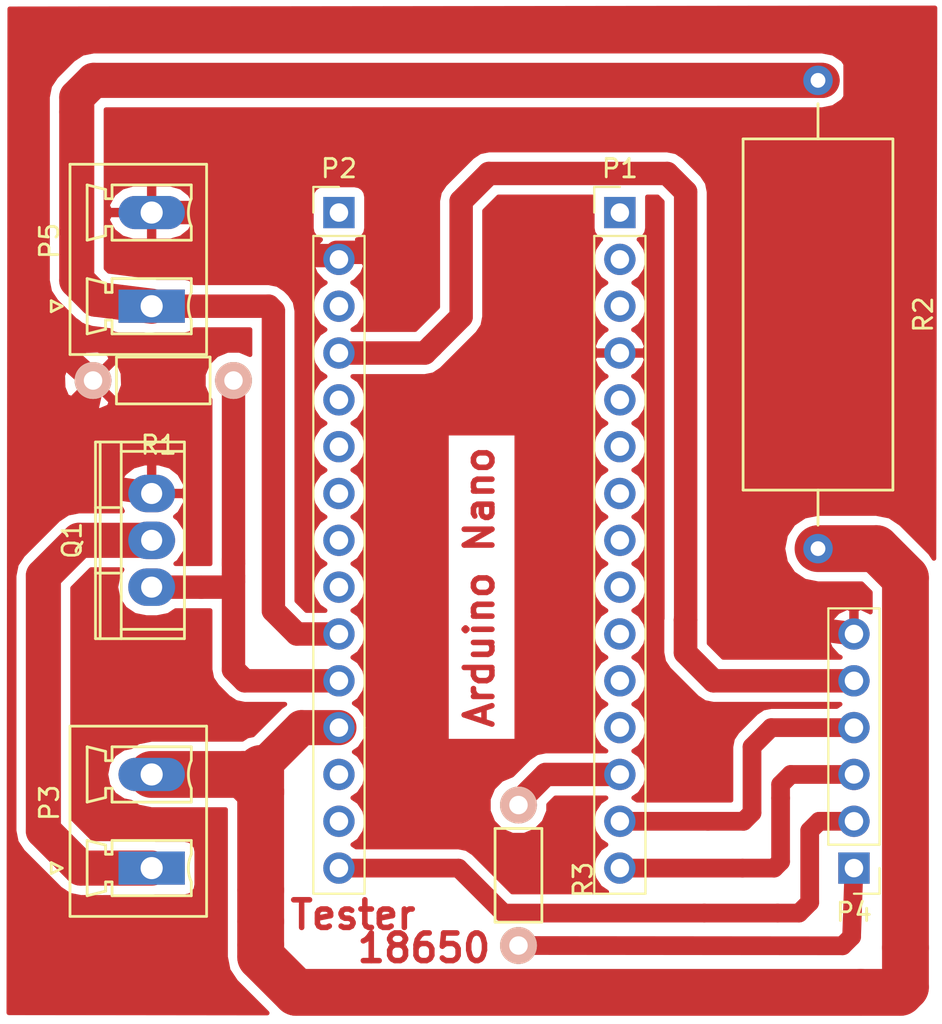
<source format=kicad_pcb>
(kicad_pcb (version 20160815) (host pcbnew "(2016-12-16 revision f631ae2)-makepkg")

  (general
    (links 18)
    (no_connects 1)
    (area 0 0 0 0)
    (thickness 1.6)
    (drawings 7)
    (tracks 120)
    (zones 0)
    (modules 9)
    (nets 32)
  )

  (page A4 portrait)
  (title_block
    (title "18650_Battery meter")
    (date 2017-01-07)
    (rev 0.1)
  )

  (layers
    (0 F.Cu signal)
    (31 B.Cu signal)
    (32 B.Adhes user)
    (33 F.Adhes user)
    (34 B.Paste user)
    (35 F.Paste user)
    (36 B.SilkS user)
    (37 F.SilkS user)
    (38 B.Mask user)
    (39 F.Mask user)
    (40 Dwgs.User user)
    (41 Cmts.User user)
    (42 Eco1.User user)
    (43 Eco2.User user)
    (44 Edge.Cuts user)
    (45 Margin user)
    (46 B.CrtYd user)
    (47 F.CrtYd user)
    (48 B.Fab user)
    (49 F.Fab user)
  )

  (setup
    (last_trace_width 0.25)
    (user_trace_width 0.254)
    (user_trace_width 0.635)
    (user_trace_width 1.016)
    (user_trace_width 1.27)
    (user_trace_width 1.905)
    (user_trace_width 2.54)
    (trace_clearance 0.2)
    (zone_clearance 0.762)
    (zone_45_only no)
    (trace_min 0.2)
    (segment_width 0.2)
    (edge_width 0.15)
    (via_size 0.8)
    (via_drill 0.4)
    (via_min_size 0.4)
    (via_min_drill 0.3)
    (uvia_size 0.3)
    (uvia_drill 0.1)
    (uvias_allowed no)
    (uvia_min_size 0.2)
    (uvia_min_drill 0.1)
    (pcb_text_width 0.3)
    (pcb_text_size 1.5 1.5)
    (mod_edge_width 0.15)
    (mod_text_size 1 1)
    (mod_text_width 0.15)
    (pad_size 1.524 1.524)
    (pad_drill 0.762)
    (pad_to_mask_clearance 0.2)
    (aux_axis_origin 0 0)
    (visible_elements 7FFEFFFF)
    (pcbplotparams
      (layerselection 0x00000_7fffffff)
      (usegerberextensions false)
      (excludeedgelayer true)
      (linewidth 0.100000)
      (plotframeref false)
      (viasonmask false)
      (mode 1)
      (useauxorigin false)
      (hpglpennumber 1)
      (hpglpenspeed 20)
      (hpglpendiameter 15)
      (psnegative false)
      (psa4output false)
      (plotreference false)
      (plotvalue false)
      (plotinvisibletext false)
      (padsonsilk false)
      (subtractmaskfromsilk false)
      (outputformat 5)
      (mirror false)
      (drillshape 2)
      (scaleselection 1)
      (outputdirectory ""))
  )

  (net 0 "")
  (net 1 GND)
  (net 2 MOS_CMD)
  (net 3 Vshunt)
  (net 4 Vbatt)
  (net 5 "Net-(P3-Pad1)")
  (net 6 MOSI)
  (net 7 MISO)
  (net 8 CS)
  (net 9 "Net-(P1-Pad11)")
  (net 10 "Net-(P1-Pad10)")
  (net 11 "Net-(P1-Pad9)")
  (net 12 "Net-(P1-Pad8)")
  (net 13 "Net-(P1-Pad7)")
  (net 14 "Net-(P1-Pad6)")
  (net 15 "Net-(P1-Pad5)")
  (net 16 "Net-(P1-Pad3)")
  (net 17 "Net-(P1-Pad2)")
  (net 18 "Net-(P1-Pad1)")
  (net 19 "Net-(P2-Pad1)")
  (net 20 "Net-(P2-Pad3)")
  (net 21 VCC)
  (net 22 "Net-(P2-Pad5)")
  (net 23 "Net-(P2-Pad6)")
  (net 24 "Net-(P2-Pad7)")
  (net 25 "Net-(P2-Pad8)")
  (net 26 "Net-(P2-Pad9)")
  (net 27 "Net-(P2-Pad13)")
  (net 28 "Net-(P2-Pad14)")
  (net 29 SCK)
  (net 30 "Net-(P1-Pad12)")
  (net 31 "Net-(P4-Pad1)")

  (net_class Default "This is the default net class."
    (clearance 0.2)
    (trace_width 0.25)
    (via_dia 0.8)
    (via_drill 0.4)
    (uvia_dia 0.3)
    (uvia_drill 0.1)
    (diff_pair_gap 0.25)
    (diff_pair_width 0.2)
    (add_net CS)
    (add_net GND)
    (add_net MISO)
    (add_net MOSI)
    (add_net MOS_CMD)
    (add_net "Net-(P1-Pad1)")
    (add_net "Net-(P1-Pad10)")
    (add_net "Net-(P1-Pad11)")
    (add_net "Net-(P1-Pad12)")
    (add_net "Net-(P1-Pad2)")
    (add_net "Net-(P1-Pad3)")
    (add_net "Net-(P1-Pad5)")
    (add_net "Net-(P1-Pad6)")
    (add_net "Net-(P1-Pad7)")
    (add_net "Net-(P1-Pad8)")
    (add_net "Net-(P1-Pad9)")
    (add_net "Net-(P2-Pad1)")
    (add_net "Net-(P2-Pad13)")
    (add_net "Net-(P2-Pad14)")
    (add_net "Net-(P2-Pad3)")
    (add_net "Net-(P2-Pad5)")
    (add_net "Net-(P2-Pad6)")
    (add_net "Net-(P2-Pad7)")
    (add_net "Net-(P2-Pad8)")
    (add_net "Net-(P2-Pad9)")
    (add_net "Net-(P3-Pad1)")
    (add_net "Net-(P4-Pad1)")
    (add_net SCK)
    (add_net VCC)
    (add_net Vbatt)
    (add_net Vshunt)
  )

  (module Connectors_Phoenix:PhoenixContact_MCV-G_02x5.08mm_Vertical (layer F.Cu) (tedit 5797DB13) (tstamp 5872AACF)
    (at 25.4 33.02 90)
    (descr "Generic Phoenix Contact connector footprint for series: MCV-G; number of pins: 02; pin pitch: 5.08mm; Vertical || order number: 1836299 8A 320V")
    (tags "phoenix_contact connector MCV_01x02_G_5.08mm")
    (path /58679E29)
    (fp_text reference P5 (at 3.54 -5.55 90) (layer F.SilkS)
      (effects (font (size 1 1) (thickness 0.15)))
    )
    (fp_text value BATT (at 2.54 4.4 90) (layer F.Fab)
      (effects (font (size 1 1) (thickness 0.15)))
    )
    (fp_arc (start 0 3.85) (end -0.75 2.15) (angle 47.6) (layer F.SilkS) (width 0.15))
    (fp_arc (start 5.08 3.85) (end 4.33 2.15) (angle 47.6) (layer F.SilkS) (width 0.15))
    (fp_line (start -2.62 -4.43) (end -2.62 2.98) (layer F.SilkS) (width 0.15))
    (fp_line (start -2.62 2.98) (end 7.7 2.98) (layer F.SilkS) (width 0.15))
    (fp_line (start 7.7 2.98) (end 7.7 -4.43) (layer F.SilkS) (width 0.15))
    (fp_line (start 7.7 -4.43) (end -2.62 -4.43) (layer F.SilkS) (width 0.15))
    (fp_line (start -0.75 2.15) (end -1.5 2.15) (layer F.SilkS) (width 0.15))
    (fp_line (start -1.5 2.15) (end -1.5 -2.15) (layer F.SilkS) (width 0.15))
    (fp_line (start -1.5 -2.15) (end -0.75 -2.15) (layer F.SilkS) (width 0.15))
    (fp_line (start -0.75 -2.15) (end -0.75 -2.5) (layer F.SilkS) (width 0.15))
    (fp_line (start -0.75 -2.5) (end -1.25 -2.5) (layer F.SilkS) (width 0.15))
    (fp_line (start -1.25 -2.5) (end -1.5 -3.5) (layer F.SilkS) (width 0.15))
    (fp_line (start -1.5 -3.5) (end 1.5 -3.5) (layer F.SilkS) (width 0.15))
    (fp_line (start 1.5 -3.5) (end 1.25 -2.5) (layer F.SilkS) (width 0.15))
    (fp_line (start 1.25 -2.5) (end 0.75 -2.5) (layer F.SilkS) (width 0.15))
    (fp_line (start 0.75 -2.5) (end 0.75 -2.15) (layer F.SilkS) (width 0.15))
    (fp_line (start 0.75 -2.15) (end 0.75 -2.15) (layer F.SilkS) (width 0.15))
    (fp_line (start 0.75 -2.15) (end 1.5 -2.15) (layer F.SilkS) (width 0.15))
    (fp_line (start 1.5 -2.15) (end 1.5 2.15) (layer F.SilkS) (width 0.15))
    (fp_line (start 1.5 2.15) (end 0.75 2.15) (layer F.SilkS) (width 0.15))
    (fp_line (start 4.33 2.15) (end 3.58 2.15) (layer F.SilkS) (width 0.15))
    (fp_line (start 3.58 2.15) (end 3.58 -2.15) (layer F.SilkS) (width 0.15))
    (fp_line (start 3.58 -2.15) (end 4.33 -2.15) (layer F.SilkS) (width 0.15))
    (fp_line (start 4.33 -2.15) (end 4.33 -2.5) (layer F.SilkS) (width 0.15))
    (fp_line (start 4.33 -2.5) (end 3.83 -2.5) (layer F.SilkS) (width 0.15))
    (fp_line (start 3.83 -2.5) (end 3.58 -3.5) (layer F.SilkS) (width 0.15))
    (fp_line (start 3.58 -3.5) (end 6.58 -3.5) (layer F.SilkS) (width 0.15))
    (fp_line (start 6.58 -3.5) (end 6.33 -2.5) (layer F.SilkS) (width 0.15))
    (fp_line (start 6.33 -2.5) (end 5.83 -2.5) (layer F.SilkS) (width 0.15))
    (fp_line (start 5.83 -2.5) (end 5.83 -2.15) (layer F.SilkS) (width 0.15))
    (fp_line (start 5.83 -2.15) (end 5.83 -2.15) (layer F.SilkS) (width 0.15))
    (fp_line (start 5.83 -2.15) (end 6.58 -2.15) (layer F.SilkS) (width 0.15))
    (fp_line (start 6.58 -2.15) (end 6.58 2.15) (layer F.SilkS) (width 0.15))
    (fp_line (start 6.58 2.15) (end 5.83 2.15) (layer F.SilkS) (width 0.15))
    (fp_line (start -3.05 -4.85) (end -3.05 3.4) (layer F.CrtYd) (width 0.05))
    (fp_line (start -3.05 3.4) (end 8.1 3.4) (layer F.CrtYd) (width 0.05))
    (fp_line (start 8.1 3.4) (end 8.1 -4.85) (layer F.CrtYd) (width 0.05))
    (fp_line (start 8.1 -4.85) (end -3.05 -4.85) (layer F.CrtYd) (width 0.05))
    (fp_line (start 0 -4.85) (end 0.3 -5.45) (layer F.SilkS) (width 0.15))
    (fp_line (start 0.3 -5.45) (end -0.3 -5.45) (layer F.SilkS) (width 0.15))
    (fp_line (start -0.3 -5.45) (end 0 -4.85) (layer F.SilkS) (width 0.15))
    (pad 1 thru_hole rect (at 0 0 90) (size 1.8 3.6) (drill 1.2) (layers *.Cu *.Mask)
      (net 4 Vbatt))
    (pad 2 thru_hole oval (at 5.08 0 90) (size 1.8 3.6) (drill 1.2) (layers *.Cu *.Mask)
      (net 1 GND))
    (model Connectors_Phoenix.3dshapes/PhoenixContact_MCV-G_02x5.08mm_Vertical.wrl
      (at (xyz 0 0 0))
      (scale (xyz 1 1 1))
      (rotate (xyz 0 0 0))
    )
  )

  (module Connectors_Phoenix:PhoenixContact_MCV-G_02x5.08mm_Vertical (layer F.Cu) (tedit 5797DB13) (tstamp 5872AAC0)
    (at 25.4 63.5 90)
    (descr "Generic Phoenix Contact connector footprint for series: MCV-G; number of pins: 02; pin pitch: 5.08mm; Vertical || order number: 1836299 8A 320V")
    (tags "phoenix_contact connector MCV_01x02_G_5.08mm")
    (path /5867AB62)
    (fp_text reference P3 (at 3.54 -5.55 90) (layer F.SilkS)
      (effects (font (size 1 1) (thickness 0.15)))
    )
    (fp_text value R_LOAD (at 2.54 4.4 90) (layer F.Fab)
      (effects (font (size 1 1) (thickness 0.15)))
    )
    (fp_line (start -0.3 -5.45) (end 0 -4.85) (layer F.SilkS) (width 0.15))
    (fp_line (start 0.3 -5.45) (end -0.3 -5.45) (layer F.SilkS) (width 0.15))
    (fp_line (start 0 -4.85) (end 0.3 -5.45) (layer F.SilkS) (width 0.15))
    (fp_line (start 8.1 -4.85) (end -3.05 -4.85) (layer F.CrtYd) (width 0.05))
    (fp_line (start 8.1 3.4) (end 8.1 -4.85) (layer F.CrtYd) (width 0.05))
    (fp_line (start -3.05 3.4) (end 8.1 3.4) (layer F.CrtYd) (width 0.05))
    (fp_line (start -3.05 -4.85) (end -3.05 3.4) (layer F.CrtYd) (width 0.05))
    (fp_line (start 6.58 2.15) (end 5.83 2.15) (layer F.SilkS) (width 0.15))
    (fp_line (start 6.58 -2.15) (end 6.58 2.15) (layer F.SilkS) (width 0.15))
    (fp_line (start 5.83 -2.15) (end 6.58 -2.15) (layer F.SilkS) (width 0.15))
    (fp_line (start 5.83 -2.15) (end 5.83 -2.15) (layer F.SilkS) (width 0.15))
    (fp_line (start 5.83 -2.5) (end 5.83 -2.15) (layer F.SilkS) (width 0.15))
    (fp_line (start 6.33 -2.5) (end 5.83 -2.5) (layer F.SilkS) (width 0.15))
    (fp_line (start 6.58 -3.5) (end 6.33 -2.5) (layer F.SilkS) (width 0.15))
    (fp_line (start 3.58 -3.5) (end 6.58 -3.5) (layer F.SilkS) (width 0.15))
    (fp_line (start 3.83 -2.5) (end 3.58 -3.5) (layer F.SilkS) (width 0.15))
    (fp_line (start 4.33 -2.5) (end 3.83 -2.5) (layer F.SilkS) (width 0.15))
    (fp_line (start 4.33 -2.15) (end 4.33 -2.5) (layer F.SilkS) (width 0.15))
    (fp_line (start 3.58 -2.15) (end 4.33 -2.15) (layer F.SilkS) (width 0.15))
    (fp_line (start 3.58 2.15) (end 3.58 -2.15) (layer F.SilkS) (width 0.15))
    (fp_line (start 4.33 2.15) (end 3.58 2.15) (layer F.SilkS) (width 0.15))
    (fp_line (start 1.5 2.15) (end 0.75 2.15) (layer F.SilkS) (width 0.15))
    (fp_line (start 1.5 -2.15) (end 1.5 2.15) (layer F.SilkS) (width 0.15))
    (fp_line (start 0.75 -2.15) (end 1.5 -2.15) (layer F.SilkS) (width 0.15))
    (fp_line (start 0.75 -2.15) (end 0.75 -2.15) (layer F.SilkS) (width 0.15))
    (fp_line (start 0.75 -2.5) (end 0.75 -2.15) (layer F.SilkS) (width 0.15))
    (fp_line (start 1.25 -2.5) (end 0.75 -2.5) (layer F.SilkS) (width 0.15))
    (fp_line (start 1.5 -3.5) (end 1.25 -2.5) (layer F.SilkS) (width 0.15))
    (fp_line (start -1.5 -3.5) (end 1.5 -3.5) (layer F.SilkS) (width 0.15))
    (fp_line (start -1.25 -2.5) (end -1.5 -3.5) (layer F.SilkS) (width 0.15))
    (fp_line (start -0.75 -2.5) (end -1.25 -2.5) (layer F.SilkS) (width 0.15))
    (fp_line (start -0.75 -2.15) (end -0.75 -2.5) (layer F.SilkS) (width 0.15))
    (fp_line (start -1.5 -2.15) (end -0.75 -2.15) (layer F.SilkS) (width 0.15))
    (fp_line (start -1.5 2.15) (end -1.5 -2.15) (layer F.SilkS) (width 0.15))
    (fp_line (start -0.75 2.15) (end -1.5 2.15) (layer F.SilkS) (width 0.15))
    (fp_line (start 7.7 -4.43) (end -2.62 -4.43) (layer F.SilkS) (width 0.15))
    (fp_line (start 7.7 2.98) (end 7.7 -4.43) (layer F.SilkS) (width 0.15))
    (fp_line (start -2.62 2.98) (end 7.7 2.98) (layer F.SilkS) (width 0.15))
    (fp_line (start -2.62 -4.43) (end -2.62 2.98) (layer F.SilkS) (width 0.15))
    (fp_arc (start 5.08 3.85) (end 4.33 2.15) (angle 47.6) (layer F.SilkS) (width 0.15))
    (fp_arc (start 0 3.85) (end -0.75 2.15) (angle 47.6) (layer F.SilkS) (width 0.15))
    (pad 2 thru_hole oval (at 5.08 0 90) (size 1.8 3.6) (drill 1.2) (layers *.Cu *.Mask)
      (net 3 Vshunt))
    (pad 1 thru_hole rect (at 0 0 90) (size 1.8 3.6) (drill 1.2) (layers *.Cu *.Mask)
      (net 5 "Net-(P3-Pad1)"))
    (model Connectors_Phoenix.3dshapes/PhoenixContact_MCV-G_02x5.08mm_Vertical.wrl
      (at (xyz 0 0 0))
      (scale (xyz 1 1 1))
      (rotate (xyz 0 0 0))
    )
  )

  (module Resistors_THT:Resistor_Horizontal_RM7mm (layer F.Cu) (tedit 569FCF07) (tstamp 586ABFFF)
    (at 45.3 60.08 270)
    (descr "Resistor, Axial,  RM 7.62mm, 1/3W,")
    (tags "Resistor Axial RM 7.62mm 1/3W R3")
    (path /586ABD60)
    (fp_text reference R3 (at 4.05892 -3.50012 270) (layer F.SilkS)
      (effects (font (size 1 1) (thickness 0.15)))
    )
    (fp_text value R (at 3.81 3.81 270) (layer F.Fab)
      (effects (font (size 1 1) (thickness 0.15)))
    )
    (fp_line (start 1.27 1.27) (end 1.27 -1.27) (layer F.SilkS) (width 0.15))
    (fp_line (start 6.35 1.27) (end 1.27 1.27) (layer F.SilkS) (width 0.15))
    (fp_line (start 6.35 -1.27) (end 6.35 1.27) (layer F.SilkS) (width 0.15))
    (fp_line (start 1.27 -1.27) (end 6.35 -1.27) (layer F.SilkS) (width 0.15))
    (fp_line (start -1.25 1.5) (end 8.85 1.5) (layer F.CrtYd) (width 0.05))
    (fp_line (start 8.85 -1.5) (end 8.85 1.5) (layer F.CrtYd) (width 0.05))
    (fp_line (start -1.25 1.5) (end -1.25 -1.5) (layer F.CrtYd) (width 0.05))
    (fp_line (start -1.25 -1.5) (end 8.85 -1.5) (layer F.CrtYd) (width 0.05))
    (pad 2 thru_hole circle (at 7.62 0 270) (size 1.99898 1.99898) (drill 1.00076) (layers *.Cu *.SilkS *.Mask)
      (net 31 "Net-(P4-Pad1)"))
    (pad 1 thru_hole circle (at 0 0 270) (size 1.99898 1.99898) (drill 1.00076) (layers *.Cu *.SilkS *.Mask)
      (net 8 CS))
  )

  (module Resistors_THT:Resistor_Ceramic_Horizontal_L19mm-W8mm-H8mm-p25mm (layer F.Cu) (tedit 53FEE15C) (tstamp 58686CE5)
    (at 61.55 33.47 270)
    (descr "Resistor, Ceramic, Horizontal")
    (tags "Resistor, Ceramic, Horizontal")
    (path /58679DE8)
    (fp_text reference R2 (at 0 -5.715 270) (layer F.SilkS)
      (effects (font (size 1 1) (thickness 0.15)))
    )
    (fp_text value 0.1R (at 0.635 6.35 270) (layer F.Fab)
      (effects (font (size 1 1) (thickness 0.15)))
    )
    (fp_line (start 9.525 -4.064) (end -9.525 -4.064) (layer F.SilkS) (width 0.15))
    (fp_line (start 9.525 4.064) (end 9.525 -4.064) (layer F.SilkS) (width 0.15))
    (fp_line (start -9.525 4.064) (end 9.525 4.064) (layer F.SilkS) (width 0.15))
    (fp_line (start -9.525 -4.064) (end -9.525 4.064) (layer F.SilkS) (width 0.15))
    (fp_line (start -9.525 0) (end -11.43 0) (layer F.SilkS) (width 0.15))
    (fp_line (start 9.525 0) (end 11.43 0) (layer F.SilkS) (width 0.15))
    (pad 2 thru_hole circle (at 12.7 0 90) (size 1.6 1.6) (drill 0.8) (layers *.Cu *.Mask)
      (net 3 Vshunt))
    (pad 1 thru_hole circle (at -12.7 0 90) (size 1.6 1.6) (drill 0.8) (layers *.Cu *.Mask)
      (net 4 Vbatt))
    (model Resistors_ThroughHole.3dshapes/Resistor_Ceramic_Horizontal_L19mm-W8mm-H8mm-p25mm.wrl
      (at (xyz 0 0 0))
      (scale (xyz 4 4 4))
      (rotate (xyz 0 0 0))
    )
  )

  (module Pin_Headers:Pin_Header_Straight_1x06_Pitch2.54mm (layer F.Cu) (tedit 5862ED52) (tstamp 58686E06)
    (at 63.5 63.5 180)
    (descr "Through hole straight pin header, 1x06, 2.54mm pitch, single row")
    (tags "Through hole pin header THT 1x06 2.54mm single row")
    (path /5867B3D4)
    (fp_text reference P4 (at 0 -2.39 180) (layer F.SilkS)
      (effects (font (size 1 1) (thickness 0.15)))
    )
    (fp_text value SD_CARD (at 0 15.09 180) (layer F.Fab)
      (effects (font (size 1 1) (thickness 0.15)))
    )
    (fp_line (start 1.6 -1.6) (end -1.6 -1.6) (layer F.CrtYd) (width 0.05))
    (fp_line (start 1.6 14.3) (end 1.6 -1.6) (layer F.CrtYd) (width 0.05))
    (fp_line (start -1.6 14.3) (end 1.6 14.3) (layer F.CrtYd) (width 0.05))
    (fp_line (start -1.6 -1.6) (end -1.6 14.3) (layer F.CrtYd) (width 0.05))
    (fp_line (start -1.39 -1.39) (end 0 -1.39) (layer F.SilkS) (width 0.12))
    (fp_line (start -1.39 0) (end -1.39 -1.39) (layer F.SilkS) (width 0.12))
    (fp_line (start 1.39 1.27) (end -1.39 1.27) (layer F.SilkS) (width 0.12))
    (fp_line (start 1.39 14.09) (end 1.39 1.27) (layer F.SilkS) (width 0.12))
    (fp_line (start -1.39 14.09) (end 1.39 14.09) (layer F.SilkS) (width 0.12))
    (fp_line (start -1.39 1.27) (end -1.39 14.09) (layer F.SilkS) (width 0.12))
    (fp_line (start 1.27 -1.27) (end -1.27 -1.27) (layer F.Fab) (width 0.1))
    (fp_line (start 1.27 13.97) (end 1.27 -1.27) (layer F.Fab) (width 0.1))
    (fp_line (start -1.27 13.97) (end 1.27 13.97) (layer F.Fab) (width 0.1))
    (fp_line (start -1.27 -1.27) (end -1.27 13.97) (layer F.Fab) (width 0.1))
    (pad 6 thru_hole oval (at 0 12.7 180) (size 1.7 1.7) (drill 1) (layers *.Cu *.Mask)
      (net 1 GND))
    (pad 5 thru_hole oval (at 0 10.16 180) (size 1.7 1.7) (drill 1) (layers *.Cu *.Mask)
      (net 21 VCC))
    (pad 4 thru_hole oval (at 0 7.62 180) (size 1.7 1.7) (drill 1) (layers *.Cu *.Mask)
      (net 7 MISO))
    (pad 3 thru_hole oval (at 0 5.08 180) (size 1.7 1.7) (drill 1) (layers *.Cu *.Mask)
      (net 6 MOSI))
    (pad 2 thru_hole oval (at 0 2.54 180) (size 1.7 1.7) (drill 1) (layers *.Cu *.Mask)
      (net 29 SCK))
    (pad 1 thru_hole rect (at 0 0 180) (size 1.7 1.7) (drill 1) (layers *.Cu *.Mask)
      (net 31 "Net-(P4-Pad1)"))
    (model Pin_Headers.3dshapes/Pin_Header_Straight_1x06_Pitch2.54mm.wrl
      (at (xyz 0 -0.25 0))
      (scale (xyz 1 1 1))
      (rotate (xyz 0 0 90))
    )
  )

  (module Pin_Headers:Pin_Header_Straight_1x15_Pitch2.54mm (layer F.Cu) (tedit 5862ED52) (tstamp 58686DAE)
    (at 35.56 27.94)
    (descr "Through hole straight pin header, 1x15, 2.54mm pitch, single row")
    (tags "Through hole pin header THT 1x15 2.54mm single row")
    (path /5867AEFE)
    (fp_text reference P2 (at 0 -2.39) (layer F.SilkS)
      (effects (font (size 1 1) (thickness 0.15)))
    )
    (fp_text value ARD_NANO_LFT (at 0 37.95) (layer F.Fab)
      (effects (font (size 1 1) (thickness 0.15)))
    )
    (fp_line (start -1.27 -1.27) (end -1.27 36.83) (layer F.Fab) (width 0.1))
    (fp_line (start -1.27 36.83) (end 1.27 36.83) (layer F.Fab) (width 0.1))
    (fp_line (start 1.27 36.83) (end 1.27 -1.27) (layer F.Fab) (width 0.1))
    (fp_line (start 1.27 -1.27) (end -1.27 -1.27) (layer F.Fab) (width 0.1))
    (fp_line (start -1.39 1.27) (end -1.39 36.95) (layer F.SilkS) (width 0.12))
    (fp_line (start -1.39 36.95) (end 1.39 36.95) (layer F.SilkS) (width 0.12))
    (fp_line (start 1.39 36.95) (end 1.39 1.27) (layer F.SilkS) (width 0.12))
    (fp_line (start 1.39 1.27) (end -1.39 1.27) (layer F.SilkS) (width 0.12))
    (fp_line (start -1.39 0) (end -1.39 -1.39) (layer F.SilkS) (width 0.12))
    (fp_line (start -1.39 -1.39) (end 0 -1.39) (layer F.SilkS) (width 0.12))
    (fp_line (start -1.6 -1.6) (end -1.6 37.1) (layer F.CrtYd) (width 0.05))
    (fp_line (start -1.6 37.1) (end 1.6 37.1) (layer F.CrtYd) (width 0.05))
    (fp_line (start 1.6 37.1) (end 1.6 -1.6) (layer F.CrtYd) (width 0.05))
    (fp_line (start 1.6 -1.6) (end -1.6 -1.6) (layer F.CrtYd) (width 0.05))
    (pad 1 thru_hole rect (at 0 0) (size 1.7 1.7) (drill 1) (layers *.Cu *.Mask)
      (net 19 "Net-(P2-Pad1)"))
    (pad 2 thru_hole oval (at 0 2.54) (size 1.7 1.7) (drill 1) (layers *.Cu *.Mask)
      (net 1 GND))
    (pad 3 thru_hole oval (at 0 5.08) (size 1.7 1.7) (drill 1) (layers *.Cu *.Mask)
      (net 20 "Net-(P2-Pad3)"))
    (pad 4 thru_hole oval (at 0 7.62) (size 1.7 1.7) (drill 1) (layers *.Cu *.Mask)
      (net 21 VCC))
    (pad 5 thru_hole oval (at 0 10.16) (size 1.7 1.7) (drill 1) (layers *.Cu *.Mask)
      (net 22 "Net-(P2-Pad5)"))
    (pad 6 thru_hole oval (at 0 12.7) (size 1.7 1.7) (drill 1) (layers *.Cu *.Mask)
      (net 23 "Net-(P2-Pad6)"))
    (pad 7 thru_hole oval (at 0 15.24) (size 1.7 1.7) (drill 1) (layers *.Cu *.Mask)
      (net 24 "Net-(P2-Pad7)"))
    (pad 8 thru_hole oval (at 0 17.78) (size 1.7 1.7) (drill 1) (layers *.Cu *.Mask)
      (net 25 "Net-(P2-Pad8)"))
    (pad 9 thru_hole oval (at 0 20.32) (size 1.7 1.7) (drill 1) (layers *.Cu *.Mask)
      (net 26 "Net-(P2-Pad9)"))
    (pad 10 thru_hole oval (at 0 22.86) (size 1.7 1.7) (drill 1) (layers *.Cu *.Mask)
      (net 4 Vbatt))
    (pad 11 thru_hole oval (at 0 25.4) (size 1.7 1.7) (drill 1) (layers *.Cu *.Mask)
      (net 2 MOS_CMD))
    (pad 12 thru_hole oval (at 0 27.94) (size 1.7 1.7) (drill 1) (layers *.Cu *.Mask)
      (net 3 Vshunt))
    (pad 13 thru_hole oval (at 0 30.48) (size 1.7 1.7) (drill 1) (layers *.Cu *.Mask)
      (net 27 "Net-(P2-Pad13)"))
    (pad 14 thru_hole oval (at 0 33.02) (size 1.7 1.7) (drill 1) (layers *.Cu *.Mask)
      (net 28 "Net-(P2-Pad14)"))
    (pad 15 thru_hole oval (at 0 35.56) (size 1.7 1.7) (drill 1) (layers *.Cu *.Mask)
      (net 29 SCK))
    (model Pin_Headers.3dshapes/Pin_Header_Straight_1x15_Pitch2.54mm.wrl
      (at (xyz 0 -0.7 0))
      (scale (xyz 1 1 1))
      (rotate (xyz 0 0 90))
    )
  )

  (module Pin_Headers:Pin_Header_Straight_1x15_Pitch2.54mm (layer F.Cu) (tedit 5862ED52) (tstamp 58686D4D)
    (at 50.8 27.94)
    (descr "Through hole straight pin header, 1x15, 2.54mm pitch, single row")
    (tags "Through hole pin header THT 1x15 2.54mm single row")
    (path /5867AEA2)
    (fp_text reference P1 (at 0 -2.39) (layer F.SilkS)
      (effects (font (size 1 1) (thickness 0.15)))
    )
    (fp_text value ARD_NANO_RGHT (at 0 37.95) (layer F.Fab)
      (effects (font (size 1 1) (thickness 0.15)))
    )
    (fp_line (start 1.6 -1.6) (end -1.6 -1.6) (layer F.CrtYd) (width 0.05))
    (fp_line (start 1.6 37.1) (end 1.6 -1.6) (layer F.CrtYd) (width 0.05))
    (fp_line (start -1.6 37.1) (end 1.6 37.1) (layer F.CrtYd) (width 0.05))
    (fp_line (start -1.6 -1.6) (end -1.6 37.1) (layer F.CrtYd) (width 0.05))
    (fp_line (start -1.39 -1.39) (end 0 -1.39) (layer F.SilkS) (width 0.12))
    (fp_line (start -1.39 0) (end -1.39 -1.39) (layer F.SilkS) (width 0.12))
    (fp_line (start 1.39 1.27) (end -1.39 1.27) (layer F.SilkS) (width 0.12))
    (fp_line (start 1.39 36.95) (end 1.39 1.27) (layer F.SilkS) (width 0.12))
    (fp_line (start -1.39 36.95) (end 1.39 36.95) (layer F.SilkS) (width 0.12))
    (fp_line (start -1.39 1.27) (end -1.39 36.95) (layer F.SilkS) (width 0.12))
    (fp_line (start 1.27 -1.27) (end -1.27 -1.27) (layer F.Fab) (width 0.1))
    (fp_line (start 1.27 36.83) (end 1.27 -1.27) (layer F.Fab) (width 0.1))
    (fp_line (start -1.27 36.83) (end 1.27 36.83) (layer F.Fab) (width 0.1))
    (fp_line (start -1.27 -1.27) (end -1.27 36.83) (layer F.Fab) (width 0.1))
    (pad 15 thru_hole oval (at 0 35.56) (size 1.7 1.7) (drill 1) (layers *.Cu *.Mask)
      (net 6 MOSI))
    (pad 14 thru_hole oval (at 0 33.02) (size 1.7 1.7) (drill 1) (layers *.Cu *.Mask)
      (net 7 MISO))
    (pad 13 thru_hole oval (at 0 30.48) (size 1.7 1.7) (drill 1) (layers *.Cu *.Mask)
      (net 8 CS))
    (pad 12 thru_hole oval (at 0 27.94) (size 1.7 1.7) (drill 1) (layers *.Cu *.Mask)
      (net 30 "Net-(P1-Pad12)"))
    (pad 11 thru_hole oval (at 0 25.4) (size 1.7 1.7) (drill 1) (layers *.Cu *.Mask)
      (net 9 "Net-(P1-Pad11)"))
    (pad 10 thru_hole oval (at 0 22.86) (size 1.7 1.7) (drill 1) (layers *.Cu *.Mask)
      (net 10 "Net-(P1-Pad10)"))
    (pad 9 thru_hole oval (at 0 20.32) (size 1.7 1.7) (drill 1) (layers *.Cu *.Mask)
      (net 11 "Net-(P1-Pad9)"))
    (pad 8 thru_hole oval (at 0 17.78) (size 1.7 1.7) (drill 1) (layers *.Cu *.Mask)
      (net 12 "Net-(P1-Pad8)"))
    (pad 7 thru_hole oval (at 0 15.24) (size 1.7 1.7) (drill 1) (layers *.Cu *.Mask)
      (net 13 "Net-(P1-Pad7)"))
    (pad 6 thru_hole oval (at 0 12.7) (size 1.7 1.7) (drill 1) (layers *.Cu *.Mask)
      (net 14 "Net-(P1-Pad6)"))
    (pad 5 thru_hole oval (at 0 10.16) (size 1.7 1.7) (drill 1) (layers *.Cu *.Mask)
      (net 15 "Net-(P1-Pad5)"))
    (pad 4 thru_hole oval (at 0 7.62) (size 1.7 1.7) (drill 1) (layers *.Cu *.Mask)
      (net 1 GND))
    (pad 3 thru_hole oval (at 0 5.08) (size 1.7 1.7) (drill 1) (layers *.Cu *.Mask)
      (net 16 "Net-(P1-Pad3)"))
    (pad 2 thru_hole oval (at 0 2.54) (size 1.7 1.7) (drill 1) (layers *.Cu *.Mask)
      (net 17 "Net-(P1-Pad2)"))
    (pad 1 thru_hole rect (at 0 0) (size 1.7 1.7) (drill 1) (layers *.Cu *.Mask)
      (net 18 "Net-(P1-Pad1)"))
    (model Pin_Headers.3dshapes/Pin_Header_Straight_1x15_Pitch2.54mm.wrl
      (at (xyz 0 -0.7 0))
      (scale (xyz 1 1 1))
      (rotate (xyz 0 0 90))
    )
  )

  (module Power_Integrations:TO-220 (layer F.Cu) (tedit 0) (tstamp 58686D0C)
    (at 25.4 45.72 90)
    (descr "Non Isolated JEDEC TO-220 Package")
    (tags "Power Integration YN Package")
    (path /58679E69)
    (fp_text reference Q1 (at 0 -4.318 90) (layer F.SilkS)
      (effects (font (size 1 1) (thickness 0.15)))
    )
    (fp_text value IRF540N (at 0 -4.318 90) (layer F.Fab)
      (effects (font (size 1 1) (thickness 0.15)))
    )
    (fp_line (start 5.334 -3.048) (end -5.334 -3.048) (layer F.SilkS) (width 0.15))
    (fp_line (start 5.334 -3.048) (end 5.334 1.778) (layer F.SilkS) (width 0.15))
    (fp_line (start -5.334 -3.048) (end -5.334 1.778) (layer F.SilkS) (width 0.15))
    (fp_line (start 5.334 1.778) (end -5.334 1.778) (layer F.SilkS) (width 0.15))
    (fp_line (start -5.334 -1.651) (end 5.334 -1.651) (layer F.SilkS) (width 0.15))
    (fp_line (start -1.778 -1.778) (end -1.778 -3.048) (layer F.SilkS) (width 0.15))
    (fp_line (start 1.778 -1.778) (end 1.778 -3.048) (layer F.SilkS) (width 0.15))
    (fp_line (start 5.334 -2.794) (end -5.334 -2.794) (layer F.SilkS) (width 0.15))
    (fp_line (start -4.826 -1.651) (end -4.826 1.778) (layer F.SilkS) (width 0.15))
    (fp_line (start 4.826 -1.651) (end 4.826 1.778) (layer F.SilkS) (width 0.15))
    (pad 1 thru_hole oval (at -2.54 0 90) (size 2.032 2.54) (drill 1.143) (layers *.Cu *.Mask)
      (net 2 MOS_CMD))
    (pad 3 thru_hole oval (at 2.54 0 90) (size 2.032 2.54) (drill 1.143) (layers *.Cu *.Mask)
      (net 1 GND))
    (pad 2 thru_hole oval (at 0 0 90) (size 2.032 2.54) (drill 1.143) (layers *.Cu *.Mask)
      (net 5 "Net-(P3-Pad1)"))
  )

  (module Resistors_THT:Resistor_Horizontal_RM7mm (layer F.Cu) (tedit 569FCF07) (tstamp 58686CBF)
    (at 29.84 37.05 180)
    (descr "Resistor, Axial,  RM 7.62mm, 1/3W,")
    (tags "Resistor Axial RM 7.62mm 1/3W R3")
    (path /58679EBF)
    (fp_text reference R1 (at 4.05892 -3.50012 180) (layer F.SilkS)
      (effects (font (size 1 1) (thickness 0.15)))
    )
    (fp_text value 10kR (at 3.81 3.81 180) (layer F.Fab)
      (effects (font (size 1 1) (thickness 0.15)))
    )
    (fp_line (start 1.27 1.27) (end 1.27 -1.27) (layer F.SilkS) (width 0.15))
    (fp_line (start 6.35 1.27) (end 1.27 1.27) (layer F.SilkS) (width 0.15))
    (fp_line (start 6.35 -1.27) (end 6.35 1.27) (layer F.SilkS) (width 0.15))
    (fp_line (start 1.27 -1.27) (end 6.35 -1.27) (layer F.SilkS) (width 0.15))
    (fp_line (start -1.25 1.5) (end 8.85 1.5) (layer F.CrtYd) (width 0.05))
    (fp_line (start 8.85 -1.5) (end 8.85 1.5) (layer F.CrtYd) (width 0.05))
    (fp_line (start -1.25 1.5) (end -1.25 -1.5) (layer F.CrtYd) (width 0.05))
    (fp_line (start -1.25 -1.5) (end 8.85 -1.5) (layer F.CrtYd) (width 0.05))
    (pad 2 thru_hole circle (at 7.62 0 180) (size 1.99898 1.99898) (drill 1.00076) (layers *.Cu *.SilkS *.Mask)
      (net 1 GND))
    (pad 1 thru_hole circle (at 0 0 180) (size 1.99898 1.99898) (drill 1.00076) (layers *.Cu *.SilkS *.Mask)
      (net 2 MOS_CMD))
  )

  (gr_text Tester (at 36.322 66.04) (layer F.Cu)
    (effects (font (size 1.5 1.5) (thickness 0.3)))
  )
  (gr_text 18650 (at 40.17 67.84) (layer F.Cu)
    (effects (font (size 1.5 1.5) (thickness 0.3)))
  )
  (gr_text "Arduino Nano" (at 43.18 48.26 90) (layer F.Cu)
    (effects (font (size 1.5 1.5) (thickness 0.3)))
  )
  (gr_line (start 68.199 16.51) (end 17.272 16.51) (angle 90) (layer Margin) (width 0.2))
  (gr_line (start 68.199 71.882) (end 68.199 16.51) (angle 90) (layer Margin) (width 0.2))
  (gr_line (start 17.272 71.882) (end 68.199 71.882) (angle 90) (layer Margin) (width 0.2))
  (gr_line (start 17.272 16.51) (end 17.272 71.882) (angle 90) (layer Margin) (width 0.2))

  (segment (start 25.4 27.94) (end 30.14 27.94) (width 1.27) (layer F.Cu) (net 1))
  (segment (start 30.14 27.94) (end 32.475 30.275) (width 1.27) (layer F.Cu) (net 1) (tstamp 5872AB48))
  (segment (start 18.263 20.701) (end 18.263 33.489) (width 1.27) (layer F.Cu) (net 1) (tstamp 586FFC48))
  (segment (start 22.22 37.05) (end 18.263 33.489) (width 1.27) (layer F.Cu) (net 1) (tstamp 586ABC0E) (status 10))
  (segment (start 62.92 17.569) (end 63.309 17.569) (width 1.27) (layer F.Cu) (net 1))
  (segment (start 63.309 17.569) (end 63.56 17.82) (width 1.27) (layer F.Cu) (net 1) (tstamp 5870B832))
  (segment (start 63.56 17.82) (end 63.56 22.89) (width 1.27) (layer F.Cu) (net 1) (tstamp 5870B833))
  (segment (start 63.56 22.89) (end 62.87 23.58) (width 1.27) (layer F.Cu) (net 1) (tstamp 5870B838))
  (segment (start 18.263 20.701) (end 18.263 19.456) (width 1.27) (layer F.Cu) (net 1))
  (segment (start 62.92 17.569) (end 21.028 17.569) (width 1.27) (layer F.Cu) (net 1) (tstamp 5870B830))
  (segment (start 20.15 17.569) (end 21.028 17.569) (width 1.27) (layer F.Cu) (net 1) (tstamp 586FFC4B))
  (segment (start 18.263 19.456) (end 20.15 17.569) (width 1.27) (layer F.Cu) (net 1) (tstamp 586FFC4A))
  (segment (start 18.263 20.969) (end 18.263 20.701) (width 1.27) (layer F.Cu) (net 1) (tstamp 586ABC0C))
  (segment (start 63.5 50.8) (end 60.613 50.419) (width 1.27) (layer F.Cu) (net 1) (tstamp 586AB839) (status 10))
  (segment (start 59.113 48.919) (end 60.613 50.419) (width 1.27) (layer F.Cu) (net 1) (tstamp 586AB837))
  (segment (start 59.113 23.919) (end 59.113 48.919) (width 1.27) (layer F.Cu) (net 1) (tstamp 586AB835))
  (segment (start 22.22 37.05) (end 21.293 41.299) (width 1.27) (layer F.Cu) (net 1) (status 10))
  (segment (start 21.293 41.299) (end 22.793 42.799) (width 1.27) (layer F.Cu) (net 1) (tstamp 586AB7C5))
  (segment (start 22.793 42.799) (end 25.4 43.18) (width 1.27) (layer F.Cu) (net 1) (tstamp 586AB7C7) (status 20))
  (segment (start 25.3746 43.1546) (end 25.4 43.18) (width 0.25) (layer F.Cu) (net 1) (tstamp 586AA3B3) (status 30))
  (segment (start 32.475 30.275) (end 35.355 30.275) (width 1.27) (layer F.Cu) (net 1) (tstamp 5872AB49))
  (segment (start 35.355 30.275) (end 35.56 30.48) (width 1.27) (layer F.Cu) (net 1) (tstamp 5872AB4A))
  (segment (start 62.87 23.58) (end 58.774 23.58) (width 1.27) (layer F.Cu) (net 1) (tstamp 5870B83B))
  (segment (start 58.774 23.58) (end 59.113 23.919) (width 1.27) (layer F.Cu) (net 1) (tstamp 5870B83D))
  (segment (start 35.433 30.099) (end 38.351 30.099) (width 1.27) (layer F.Cu) (net 1))
  (segment (start 58.435 23.241) (end 59.113 23.919) (width 1.27) (layer F.Cu) (net 1) (tstamp 586FFB28))
  (segment (start 38.351 30.099) (end 39.12 29.33) (width 1.27) (layer F.Cu) (net 1) (tstamp 5870B4B0))
  (segment (start 39.12 29.33) (end 39.12 24.98) (width 1.27) (layer F.Cu) (net 1) (tstamp 5870B4B1))
  (segment (start 39.12 24.98) (end 40.859 23.241) (width 1.27) (layer F.Cu) (net 1) (tstamp 5870B4B7))
  (segment (start 40.859 23.241) (end 49.911 23.241) (width 1.27) (layer F.Cu) (net 1) (tstamp 5870B4BB))
  (segment (start 49.911 23.241) (end 58.435 23.241) (width 1.27) (layer F.Cu) (net 1))
  (segment (start 29.84 47.64) (end 29.84 52.73) (width 1.27) (layer F.Cu) (net 2))
  (segment (start 29.84 52.73) (end 30.45 53.34) (width 1.27) (layer F.Cu) (net 2) (tstamp 5872ADF4))
  (segment (start 30.45 53.34) (end 35.56 53.34) (width 1.27) (layer F.Cu) (net 2) (tstamp 5872ADF7))
  (segment (start 28.085 48.26) (end 29.57 48.26) (width 1.27) (layer F.Cu) (net 2))
  (segment (start 25.4 48.26) (end 28.085 48.26) (width 1.27) (layer F.Cu) (net 2))
  (segment (start 29.84 47.99) (end 29.84 47.64) (width 1.27) (layer F.Cu) (net 2) (tstamp 5872ADAD))
  (segment (start 29.84 47.64) (end 29.84 47) (width 1.27) (layer F.Cu) (net 2) (tstamp 5872ADF2))
  (segment (start 29.57 48.26) (end 29.84 47.99) (width 1.27) (layer F.Cu) (net 2) (tstamp 5872ADA9))
  (segment (start 29.84 37.05) (end 29.84 47) (width 1.27) (layer F.Cu) (net 2))
  (segment (start 29.84 47) (end 29.84 46.793502) (width 1.27) (layer F.Cu) (net 2) (tstamp 5872AD82))
  (segment (start 29.84 37.05) (end 30.4369 37.05) (width 0.25) (layer F.Cu) (net 2) (status 30))
  (segment (start 29.8019 37.0881) (end 29.84 37.05) (width 0.25) (layer F.Cu) (net 2) (tstamp 586AAC4C) (status 30))
  (segment (start 63.872 70.24) (end 66.01 70.24) (width 2.54) (layer F.Cu) (net 3))
  (segment (start 31.313 66.394) (end 31.313 67.669) (width 2.54) (layer F.Cu) (net 3))
  (segment (start 31.313 64.694) (end 31.313 66.394) (width 2.54) (layer F.Cu) (net 3))
  (segment (start 33.24 70.24) (end 63.872 70.24) (width 2.54) (layer F.Cu) (net 3) (tstamp 5870B87B))
  (segment (start 31.313 68.313) (end 33.24 70.24) (width 2.54) (layer F.Cu) (net 3) (tstamp 5870B877))
  (segment (start 31.313 67.669) (end 31.313 68.313) (width 2.54) (layer F.Cu) (net 3))
  (segment (start 64.712 46.17) (end 66.294 47.752) (width 2.54) (layer F.Cu) (net 3) (tstamp 5872AB8F))
  (segment (start 66.294 47.752) (end 66.294 67.818) (width 2.54) (layer F.Cu) (net 3) (tstamp 5872AB90))
  (segment (start 64.712 46.17) (end 61.55 46.17) (width 2.54) (layer F.Cu) (net 3))
  (segment (start 66.294 69.956) (end 66.294 67.818) (width 2.54) (layer F.Cu) (net 3) (tstamp 5872B077))
  (segment (start 66.01 70.24) (end 66.294 69.956) (width 2.54) (layer F.Cu) (net 3) (tstamp 5872B075))
  (segment (start 35.56 55.88) (end 33.528 55.88) (width 1.905) (layer F.Cu) (net 3))
  (segment (start 33.528 55.88) (end 31.313 58.095) (width 1.905) (layer F.Cu) (net 3) (tstamp 5872AB71))
  (segment (start 31.313 58.095) (end 31.313 59.363) (width 2.54) (layer F.Cu) (net 3) (tstamp 5872AB72))
  (segment (start 25.4 58.42) (end 30.37 58.42) (width 2.54) (layer F.Cu) (net 3))
  (segment (start 30.37 58.42) (end 31.313 59.363) (width 2.54) (layer F.Cu) (net 3) (tstamp 5872AB4D))
  (segment (start 31.313 64.694) (end 31.313 59.363) (width 2.54) (layer F.Cu) (net 3) (tstamp 586ABD3C))
  (segment (start 31.313 64.719) (end 31.313 64.694) (width 0.635) (layer F.Cu) (net 3) (tstamp 586AB847))
  (segment (start 25.4 33.02) (end 31.75 33.02) (width 1.27) (layer F.Cu) (net 4))
  (segment (start 33.274 50.8) (end 35.56 50.8) (width 1.27) (layer F.Cu) (net 4) (tstamp 5872ABDE))
  (segment (start 32.004 49.53) (end 33.274 50.8) (width 1.27) (layer F.Cu) (net 4) (tstamp 5872ABDD))
  (segment (start 32.004 33.274) (end 32.004 49.53) (width 1.27) (layer F.Cu) (net 4) (tstamp 5872ABDC))
  (segment (start 31.75 33.02) (end 32.004 33.274) (width 1.27) (layer F.Cu) (net 4) (tstamp 5872ABDB))
  (segment (start 21.336 22.479) (end 21.336 21.684) (width 1.905) (layer F.Cu) (net 4))
  (segment (start 22.352 32.639) (end 21.336 31.623) (width 1.905) (layer F.Cu) (net 4) (tstamp 586FFBA2))
  (segment (start 21.336 31.623) (end 21.336 22.479) (width 1.905) (layer F.Cu) (net 4) (tstamp 586FFBA6))
  (segment (start 25.4 33.02) (end 22.352 32.639) (width 1.905) (layer F.Cu) (net 4) (status 10))
  (segment (start 22.25 20.77) (end 61.772498 20.77) (width 1.905) (layer F.Cu) (net 4) (tstamp 5870B86A))
  (segment (start 21.336 21.684) (end 22.25 20.77) (width 1.905) (layer F.Cu) (net 4) (tstamp 5870B861))
  (segment (start 61.772498 20.77) (end 61.55 20.77) (width 1.905) (layer F.Cu) (net 4) (tstamp 5870B86D))
  (segment (start 25.4 45.72) (end 21.455 45.72) (width 1.905) (layer F.Cu) (net 5))
  (segment (start 21.55 63.5) (end 25.4 63.5) (width 1.905) (layer F.Cu) (net 5) (tstamp 5872AB5B))
  (segment (start 19.525 61.475) (end 21.55 63.5) (width 1.905) (layer F.Cu) (net 5) (tstamp 5872AB5A))
  (segment (start 19.525 47.65) (end 19.525 61.475) (width 1.905) (layer F.Cu) (net 5) (tstamp 5872AB59))
  (segment (start 21.455 45.72) (end 19.525 47.65) (width 1.905) (layer F.Cu) (net 5) (tstamp 5872AB58))
  (segment (start 63.5 58.42) (end 60.07 58.42) (width 1.016) (layer F.Cu) (net 6))
  (segment (start 59.52 59.7) (end 59.52 63.15) (width 1.016) (layer F.Cu) (net 6) (tstamp 5872B020))
  (segment (start 59.52 63.15) (end 59.17 63.5) (width 1.016) (layer F.Cu) (net 6) (tstamp 5872B024))
  (segment (start 59.17 63.5) (end 57.45 63.5) (width 1.016) (layer F.Cu) (net 6) (tstamp 5872B028))
  (segment (start 57.45 63.5) (end 50.8 63.5) (width 1.016) (layer F.Cu) (net 6) (tstamp 5872AE6C))
  (segment (start 59.52 58.97) (end 59.52 59.7) (width 1.016) (layer F.Cu) (net 6) (tstamp 5872B053))
  (segment (start 60.07 58.42) (end 59.52 58.97) (width 1.016) (layer F.Cu) (net 6) (tstamp 5872B051))
  (segment (start 63.5 55.88) (end 59.01 55.88) (width 1.016) (layer F.Cu) (net 7))
  (segment (start 55.58 60.96) (end 50.8 60.96) (width 1.016) (layer F.Cu) (net 7) (tstamp 5872AEC2))
  (segment (start 57.51 60.96) (end 55.58 60.96) (width 1.016) (layer F.Cu) (net 7) (tstamp 5872B04A))
  (segment (start 57.97 60.5) (end 57.51 60.96) (width 1.016) (layer F.Cu) (net 7) (tstamp 5872B046))
  (segment (start 57.97 56.92) (end 57.97 60.5) (width 1.016) (layer F.Cu) (net 7) (tstamp 5872B041))
  (segment (start 59.01 55.88) (end 57.97 56.92) (width 1.016) (layer F.Cu) (net 7) (tstamp 5872B03A))
  (segment (start 45.3 60.08) (end 45.3 59.9) (width 1.27) (layer F.Cu) (net 8))
  (segment (start 45.3 59.9) (end 46.78 58.42) (width 1.27) (layer F.Cu) (net 8) (tstamp 5870B533))
  (segment (start 46.78 58.42) (end 50.8 58.42) (width 1.27) (layer F.Cu) (net 8) (tstamp 5870B534))
  (segment (start 50.6965 32.5355) (end 50.713 32.519) (width 0.635) (layer F.Cu) (net 16) (tstamp 586FFAB2))
  (segment (start 35.56 35.56) (end 40.22 35.56) (width 1.27) (layer F.Cu) (net 21))
  (segment (start 40.22 35.56) (end 40.601 35.179) (width 1.27) (layer F.Cu) (net 21) (tstamp 5872AF40))
  (segment (start 54.37 26.82) (end 54.37 50.038) (width 1.27) (layer F.Cu) (net 21) (tstamp 5870B4F0))
  (segment (start 53.37 25.82) (end 54.37 26.82) (width 1.27) (layer F.Cu) (net 21) (tstamp 5870B4EE))
  (segment (start 43.69 25.82) (end 53.37 25.82) (width 1.27) (layer F.Cu) (net 21) (tstamp 5870B4E7))
  (segment (start 42.19 27.32) (end 43.69 25.82) (width 1.27) (layer F.Cu) (net 21) (tstamp 5870B4E5))
  (segment (start 42.19 33.59) (end 42.19 27.32) (width 1.27) (layer F.Cu) (net 21) (tstamp 5870B4E0))
  (segment (start 40.601 35.179) (end 42.19 33.59) (width 1.27) (layer F.Cu) (net 21) (tstamp 5870B4DB))
  (segment (start 63.5 53.34) (end 55.88 53.34) (width 1.27) (layer F.Cu) (net 21))
  (segment (start 54.356 50.038) (end 54.37 50.038) (width 1.27) (layer F.Cu) (net 21) (tstamp 5872ABC8))
  (segment (start 54.356 51.816) (end 54.356 50.038) (width 1.27) (layer F.Cu) (net 21) (tstamp 5872ABC6))
  (segment (start 55.88 53.34) (end 54.356 51.816) (width 1.27) (layer F.Cu) (net 21) (tstamp 5872ABC5))
  (segment (start 54.37 50.038) (end 54.37 51.63) (width 1.27) (layer F.Cu) (net 21) (tstamp 5872ABC9))
  (segment (start 63.5 60.96) (end 61.61 60.96) (width 1.016) (layer F.Cu) (net 29))
  (segment (start 61.61 60.96) (end 61.1 61.47) (width 1.016) (layer F.Cu) (net 29) (tstamp 5872AFFF))
  (segment (start 61.1 61.47) (end 61.1 65.36) (width 1.016) (layer F.Cu) (net 29) (tstamp 5872B003))
  (segment (start 61.1 65.36) (end 60.52 65.94) (width 1.016) (layer F.Cu) (net 29) (tstamp 5872B006))
  (segment (start 60.52 65.94) (end 59.36 65.94) (width 1.016) (layer F.Cu) (net 29) (tstamp 5872B008))
  (segment (start 42.05 63.5) (end 35.56 63.5) (width 1.016) (layer F.Cu) (net 29))
  (segment (start 42.05 63.5) (end 44.49 65.94) (width 1.016) (layer F.Cu) (net 29) (tstamp 5872AF2D))
  (segment (start 44.49 65.94) (end 55.38 65.94) (width 1.016) (layer F.Cu) (net 29) (tstamp 5870B6FD))
  (segment (start 55.38 65.94) (end 59.36 65.94) (width 1.016) (layer F.Cu) (net 29))
  (segment (start 45.3 67.7) (end 62.883 67.714) (width 1.016) (layer F.Cu) (net 31) (status 10))
  (segment (start 62.883 67.714) (end 63.373 67.224) (width 1.016) (layer F.Cu) (net 31) (tstamp 586AC127))
  (segment (start 63.373 67.224) (end 63.5 63.5) (width 1.016) (layer F.Cu) (net 31) (tstamp 586AC128) (status 20))

  (zone (net 1) (net_name GND) (layer F.Cu) (tstamp 5870B9A2) (hatch edge 0.508)
    (connect_pads (clearance 0.508))
    (min_thickness 0.254)
    (fill yes (arc_segments 16) (thermal_gap 0.508) (thermal_bridge_width 0.508) (smoothing chamfer))
    (polygon
      (pts
        (xy 67.9196 71.5264) (xy 17.526 71.4756) (xy 17.5768 16.764) (xy 68.0212 16.7132)
      )
    )
    (filled_polygon
      (pts
        (xy 67.838616 46.700656) (xy 67.641039 46.404962) (xy 66.059038 44.822962) (xy 65.441012 44.410009) (xy 64.712 44.265)
        (xy 61.55 44.265) (xy 60.820988 44.410009) (xy 60.202962 44.822962) (xy 59.790009 45.440988) (xy 59.645 46.17)
        (xy 59.790009 46.899012) (xy 60.202962 47.517038) (xy 60.820988 47.929991) (xy 61.55 48.075) (xy 63.922924 48.075)
        (xy 64.389 48.541077) (xy 64.389 49.613203) (xy 64.381358 49.604817) (xy 63.856892 49.358514) (xy 63.627 49.479181)
        (xy 63.627 50.673) (xy 63.647 50.673) (xy 63.647 50.927) (xy 63.627 50.927) (xy 63.627 50.947)
        (xy 63.373 50.947) (xy 63.373 50.927) (xy 62.179845 50.927) (xy 62.058524 51.15689) (xy 62.228355 51.566924)
        (xy 62.618642 51.995183) (xy 62.761553 52.062298) (xy 62.750026 52.07) (xy 56.406051 52.07) (xy 55.64 51.303948)
        (xy 55.64 50.44311) (xy 62.058524 50.44311) (xy 62.179845 50.673) (xy 63.373 50.673) (xy 63.373 49.479181)
        (xy 63.143108 49.358514) (xy 62.618642 49.604817) (xy 62.228355 50.033076) (xy 62.058524 50.44311) (xy 55.64 50.44311)
        (xy 55.64 26.820005) (xy 55.640001 26.82) (xy 55.543327 26.333992) (xy 55.524629 26.306008) (xy 55.268026 25.921974)
        (xy 55.268023 25.921972) (xy 54.268026 24.921974) (xy 53.856008 24.646673) (xy 53.37 24.549999) (xy 53.369995 24.55)
        (xy 43.69 24.55) (xy 43.203992 24.646673) (xy 42.791974 24.921974) (xy 42.791972 24.921977) (xy 41.291974 26.421974)
        (xy 41.016673 26.833992) (xy 40.919999 27.32) (xy 40.92 27.320005) (xy 40.92 33.063949) (xy 39.702974 34.280974)
        (xy 39.702972 34.280977) (xy 39.693949 34.29) (xy 36.309974 34.29) (xy 36.639147 34.070054) (xy 36.961054 33.588285)
        (xy 37.074093 33.02) (xy 36.961054 32.451715) (xy 36.639147 31.969946) (xy 36.298447 31.742298) (xy 36.441358 31.675183)
        (xy 36.831645 31.246924) (xy 37.001476 30.83689) (xy 36.880155 30.607) (xy 35.687 30.607) (xy 35.687 30.627)
        (xy 35.433 30.627) (xy 35.433 30.607) (xy 34.239845 30.607) (xy 34.118524 30.83689) (xy 34.288355 31.246924)
        (xy 34.678642 31.675183) (xy 34.821553 31.742298) (xy 34.480853 31.969946) (xy 34.158946 32.451715) (xy 34.045907 33.02)
        (xy 34.158946 33.588285) (xy 34.480853 34.070054) (xy 34.810026 34.29) (xy 34.480853 34.509946) (xy 34.158946 34.991715)
        (xy 34.045907 35.56) (xy 34.158946 36.128285) (xy 34.480853 36.610054) (xy 34.810026 36.83) (xy 34.480853 37.049946)
        (xy 34.158946 37.531715) (xy 34.045907 38.1) (xy 34.158946 38.668285) (xy 34.480853 39.150054) (xy 34.810026 39.37)
        (xy 34.480853 39.589946) (xy 34.158946 40.071715) (xy 34.045907 40.64) (xy 34.158946 41.208285) (xy 34.480853 41.690054)
        (xy 34.810026 41.91) (xy 34.480853 42.129946) (xy 34.158946 42.611715) (xy 34.045907 43.18) (xy 34.158946 43.748285)
        (xy 34.480853 44.230054) (xy 34.810026 44.45) (xy 34.480853 44.669946) (xy 34.158946 45.151715) (xy 34.045907 45.72)
        (xy 34.158946 46.288285) (xy 34.480853 46.770054) (xy 34.810026 46.99) (xy 34.480853 47.209946) (xy 34.158946 47.691715)
        (xy 34.045907 48.26) (xy 34.158946 48.828285) (xy 34.480853 49.310054) (xy 34.810026 49.53) (xy 33.800051 49.53)
        (xy 33.274 49.003948) (xy 33.274 33.274) (xy 33.177327 32.787992) (xy 32.902026 32.375974) (xy 32.902023 32.375972)
        (xy 32.648026 32.121974) (xy 32.236008 31.846673) (xy 31.75 31.749999) (xy 31.749995 31.75) (xy 27.716482 31.75)
        (xy 27.657809 31.662191) (xy 27.447765 31.521843) (xy 27.2 31.47256) (xy 25.6806 31.47256) (xy 25.596905 31.444759)
        (xy 23.089383 31.131319) (xy 22.9235 30.965436) (xy 22.9235 28.30474) (xy 23.008964 28.30474) (xy 23.033244 28.410086)
        (xy 23.324788 28.935606) (xy 23.795248 29.309554) (xy 24.373 29.475) (xy 25.273 29.475) (xy 25.273 28.067)
        (xy 25.527 28.067) (xy 25.527 29.475) (xy 26.427 29.475) (xy 27.004752 29.309554) (xy 27.475212 28.935606)
        (xy 27.766756 28.410086) (xy 27.791036 28.30474) (xy 27.670378 28.067) (xy 25.527 28.067) (xy 25.273 28.067)
        (xy 23.129622 28.067) (xy 23.008964 28.30474) (xy 22.9235 28.30474) (xy 22.9235 27.57526) (xy 23.008964 27.57526)
        (xy 23.129622 27.813) (xy 25.273 27.813) (xy 25.273 26.405) (xy 25.527 26.405) (xy 25.527 27.813)
        (xy 27.670378 27.813) (xy 27.791036 27.57526) (xy 27.766756 27.469914) (xy 27.555991 27.09) (xy 34.06256 27.09)
        (xy 34.06256 28.79) (xy 34.111843 29.037765) (xy 34.252191 29.247809) (xy 34.462235 29.388157) (xy 34.565708 29.408739)
        (xy 34.288355 29.713076) (xy 34.118524 30.12311) (xy 34.239845 30.353) (xy 35.433 30.353) (xy 35.433 30.333)
        (xy 35.687 30.333) (xy 35.687 30.353) (xy 36.880155 30.353) (xy 37.001476 30.12311) (xy 36.831645 29.713076)
        (xy 36.554292 29.408739) (xy 36.657765 29.388157) (xy 36.867809 29.247809) (xy 37.008157 29.037765) (xy 37.05744 28.79)
        (xy 37.05744 27.09) (xy 37.008157 26.842235) (xy 36.867809 26.632191) (xy 36.657765 26.491843) (xy 36.41 26.44256)
        (xy 34.71 26.44256) (xy 34.462235 26.491843) (xy 34.252191 26.632191) (xy 34.111843 26.842235) (xy 34.06256 27.09)
        (xy 27.555991 27.09) (xy 27.475212 26.944394) (xy 27.004752 26.570446) (xy 26.427 26.405) (xy 25.527 26.405)
        (xy 25.273 26.405) (xy 24.373 26.405) (xy 23.795248 26.570446) (xy 23.324788 26.944394) (xy 23.033244 27.469914)
        (xy 23.008964 27.57526) (xy 22.9235 27.57526) (xy 22.9235 22.3575) (xy 61.772498 22.3575) (xy 62.380008 22.236659)
        (xy 62.89503 21.892532) (xy 63.239157 21.37751) (xy 63.359998 20.77) (xy 63.239157 20.16249) (xy 62.89503 19.647468)
        (xy 62.380008 19.303341) (xy 61.772498 19.1825) (xy 22.25 19.1825) (xy 21.64249 19.303341) (xy 21.127468 19.647468)
        (xy 20.213468 20.561468) (xy 19.869341 21.07649) (xy 19.7485 21.684) (xy 19.7485 31.623) (xy 19.869341 32.23051)
        (xy 20.213468 32.745532) (xy 21.229468 33.761532) (xy 21.40638 33.879741) (xy 21.567265 34.018981) (xy 21.661727 34.050359)
        (xy 21.74449 34.105659) (xy 21.953174 34.147169) (xy 22.155095 34.214241) (xy 23.112896 34.333966) (xy 23.142191 34.377809)
        (xy 23.352235 34.518157) (xy 23.6 34.56744) (xy 24.980687 34.56744) (xy 25.203095 34.595241) (xy 25.588588 34.56744)
        (xy 27.2 34.56744) (xy 27.447765 34.518157) (xy 27.657809 34.377809) (xy 27.716482 34.29) (xy 30.734 34.29)
        (xy 30.734 35.651421) (xy 30.166547 35.415794) (xy 29.516306 35.415226) (xy 28.915345 35.663538) (xy 28.455154 36.122927)
        (xy 28.205794 36.723453) (xy 28.205226 37.373694) (xy 28.453538 37.974655) (xy 28.57 38.09132) (xy 28.57 46.99)
        (xy 26.705252 46.99) (xy 26.858754 46.887433) (xy 27.216646 46.35181) (xy 27.342321 45.72) (xy 27.216646 45.08819)
        (xy 26.858754 44.552567) (xy 26.684219 44.435946) (xy 26.911236 44.25763) (xy 27.227926 43.694477) (xy 27.259975 43.562944)
        (xy 27.140836 43.307) (xy 25.527 43.307) (xy 25.527 43.327) (xy 25.273 43.327) (xy 25.273 43.307)
        (xy 23.659164 43.307) (xy 23.540025 43.562944) (xy 23.572074 43.694477) (xy 23.818397 44.1325) (xy 21.455 44.1325)
        (xy 20.84749 44.253341) (xy 20.332468 44.597468) (xy 18.402468 46.527468) (xy 18.058341 47.04249) (xy 17.9375 47.65)
        (xy 17.9375 61.475) (xy 18.058341 62.08251) (xy 18.402468 62.597532) (xy 20.427468 64.622532) (xy 20.94249 64.966659)
        (xy 21.55 65.0875) (xy 25.4 65.0875) (xy 25.601396 65.04744) (xy 27.2 65.04744) (xy 27.447765 64.998157)
        (xy 27.657809 64.857809) (xy 27.798157 64.647765) (xy 27.84744 64.4) (xy 27.84744 62.6) (xy 27.798157 62.352235)
        (xy 27.657809 62.142191) (xy 27.447765 62.001843) (xy 27.2 61.95256) (xy 25.601396 61.95256) (xy 25.4 61.9125)
        (xy 22.207564 61.9125) (xy 21.1125 60.817436) (xy 21.1125 48.307564) (xy 22.112564 47.3075) (xy 23.797632 47.3075)
        (xy 23.583354 47.62819) (xy 23.457679 48.26) (xy 23.583354 48.89181) (xy 23.941246 49.427433) (xy 24.476869 49.785325)
        (xy 25.108679 49.911) (xy 25.691321 49.911) (xy 26.323131 49.785325) (xy 26.705252 49.53) (xy 28.57 49.53)
        (xy 28.57 52.729995) (xy 28.569999 52.73) (xy 28.666673 53.216008) (xy 28.941974 53.628026) (xy 29.551972 54.238023)
        (xy 29.551974 54.238026) (xy 29.963992 54.513327) (xy 30.45 54.61) (xy 32.626169 54.61) (xy 32.405468 54.757468)
        (xy 30.888497 56.274439) (xy 30.583988 56.335009) (xy 30.314613 56.515) (xy 25.4 56.515) (xy 24.670988 56.660009)
        (xy 24.284236 56.918429) (xy 23.864877 57.001845) (xy 23.366887 57.334591) (xy 23.034141 57.832581) (xy 22.917296 58.42)
        (xy 23.034141 59.007419) (xy 23.366887 59.505409) (xy 23.864877 59.838155) (xy 24.284236 59.921571) (xy 24.670988 60.179991)
        (xy 25.4 60.325) (xy 29.408 60.325) (xy 29.408 68.313) (xy 29.553009 69.042012) (xy 29.965962 69.660038)
        (xy 31.66878 71.362857) (xy 17.653118 71.348728) (xy 17.679626 42.797056) (xy 23.540025 42.797056) (xy 23.659164 43.053)
        (xy 25.273 43.053) (xy 25.273 41.529) (xy 25.527 41.529) (xy 25.527 43.053) (xy 27.140836 43.053)
        (xy 27.259975 42.797056) (xy 27.227926 42.665523) (xy 26.911236 42.10237) (xy 26.403143 41.703276) (xy 25.781 41.529)
        (xy 25.527 41.529) (xy 25.273 41.529) (xy 25.019 41.529) (xy 24.396857 41.703276) (xy 23.888764 42.10237)
        (xy 23.572074 42.665523) (xy 23.540025 42.797056) (xy 17.679626 42.797056) (xy 17.683893 38.202163) (xy 21.247443 38.202163)
        (xy 21.346042 38.468965) (xy 21.955582 38.695401) (xy 22.605377 38.671341) (xy 23.093958 38.468965) (xy 23.192557 38.202163)
        (xy 22.22 37.229605) (xy 21.247443 38.202163) (xy 17.683893 38.202163) (xy 17.685209 36.785582) (xy 20.574599 36.785582)
        (xy 20.598659 37.435377) (xy 20.801035 37.923958) (xy 21.067837 38.022557) (xy 22.040395 37.05) (xy 22.399605 37.05)
        (xy 23.372163 38.022557) (xy 23.638965 37.923958) (xy 23.865401 37.314418) (xy 23.841341 36.664623) (xy 23.638965 36.176042)
        (xy 23.372163 36.077443) (xy 22.399605 37.05) (xy 22.040395 37.05) (xy 21.067837 36.077443) (xy 20.801035 36.176042)
        (xy 20.574599 36.785582) (xy 17.685209 36.785582) (xy 17.686033 35.897837) (xy 21.247443 35.897837) (xy 22.22 36.870395)
        (xy 23.192557 35.897837) (xy 23.093958 35.631035) (xy 22.484418 35.404599) (xy 21.834623 35.428659) (xy 21.346042 35.631035)
        (xy 21.247443 35.897837) (xy 17.686033 35.897837) (xy 17.703682 16.890872) (xy 67.893964 16.840328)
      )
    )
    (filled_polygon
      (pts
        (xy 49.30256 28.79) (xy 49.351843 29.037765) (xy 49.492191 29.247809) (xy 49.702235 29.388157) (xy 49.764777 29.400597)
        (xy 49.720853 29.429946) (xy 49.398946 29.911715) (xy 49.285907 30.48) (xy 49.398946 31.048285) (xy 49.720853 31.530054)
        (xy 50.050026 31.75) (xy 49.720853 31.969946) (xy 49.398946 32.451715) (xy 49.285907 33.02) (xy 49.398946 33.588285)
        (xy 49.720853 34.070054) (xy 50.061553 34.297702) (xy 49.918642 34.364817) (xy 49.528355 34.793076) (xy 49.358524 35.20311)
        (xy 49.479845 35.433) (xy 50.673 35.433) (xy 50.673 35.413) (xy 50.927 35.413) (xy 50.927 35.433)
        (xy 52.120155 35.433) (xy 52.241476 35.20311) (xy 52.071645 34.793076) (xy 51.681358 34.364817) (xy 51.538447 34.297702)
        (xy 51.879147 34.070054) (xy 52.201054 33.588285) (xy 52.314093 33.02) (xy 52.201054 32.451715) (xy 51.879147 31.969946)
        (xy 51.549974 31.75) (xy 51.879147 31.530054) (xy 52.201054 31.048285) (xy 52.314093 30.48) (xy 52.201054 29.911715)
        (xy 51.879147 29.429946) (xy 51.835223 29.400597) (xy 51.897765 29.388157) (xy 52.107809 29.247809) (xy 52.248157 29.037765)
        (xy 52.29744 28.79) (xy 52.29744 27.09) (xy 52.843948 27.09) (xy 53.1 27.346051) (xy 53.1 49.967617)
        (xy 53.086 50.038) (xy 53.086 51.815995) (xy 53.085999 51.816) (xy 53.182673 52.302008) (xy 53.457974 52.714026)
        (xy 54.981972 54.238023) (xy 54.981974 54.238026) (xy 55.393992 54.513327) (xy 55.88 54.61) (xy 62.750026 54.61)
        (xy 62.559957 54.737) (xy 59.01 54.737) (xy 58.572593 54.824006) (xy 58.201777 55.071777) (xy 57.161777 56.111777)
        (xy 56.914006 56.482593) (xy 56.827 56.92) (xy 56.827 59.817) (xy 51.740043 59.817) (xy 51.549974 59.69)
        (xy 51.879147 59.470054) (xy 52.201054 58.988285) (xy 52.314093 58.42) (xy 52.201054 57.851715) (xy 51.879147 57.369946)
        (xy 51.549974 57.15) (xy 51.879147 56.930054) (xy 52.201054 56.448285) (xy 52.314093 55.88) (xy 52.201054 55.311715)
        (xy 51.879147 54.829946) (xy 51.549974 54.61) (xy 51.879147 54.390054) (xy 52.201054 53.908285) (xy 52.314093 53.34)
        (xy 52.201054 52.771715) (xy 51.879147 52.289946) (xy 51.549974 52.07) (xy 51.879147 51.850054) (xy 52.201054 51.368285)
        (xy 52.314093 50.8) (xy 52.201054 50.231715) (xy 51.879147 49.749946) (xy 51.549974 49.53) (xy 51.879147 49.310054)
        (xy 52.201054 48.828285) (xy 52.314093 48.26) (xy 52.201054 47.691715) (xy 51.879147 47.209946) (xy 51.549974 46.99)
        (xy 51.879147 46.770054) (xy 52.201054 46.288285) (xy 52.314093 45.72) (xy 52.201054 45.151715) (xy 51.879147 44.669946)
        (xy 51.549974 44.45) (xy 51.879147 44.230054) (xy 52.201054 43.748285) (xy 52.314093 43.18) (xy 52.201054 42.611715)
        (xy 51.879147 42.129946) (xy 51.549974 41.91) (xy 51.879147 41.690054) (xy 52.201054 41.208285) (xy 52.314093 40.64)
        (xy 52.201054 40.071715) (xy 51.879147 39.589946) (xy 51.549974 39.37) (xy 51.879147 39.150054) (xy 52.201054 38.668285)
        (xy 52.314093 38.1) (xy 52.201054 37.531715) (xy 51.879147 37.049946) (xy 51.538447 36.822298) (xy 51.681358 36.755183)
        (xy 52.071645 36.326924) (xy 52.241476 35.91689) (xy 52.120155 35.687) (xy 50.927 35.687) (xy 50.927 35.707)
        (xy 50.673 35.707) (xy 50.673 35.687) (xy 49.479845 35.687) (xy 49.358524 35.91689) (xy 49.528355 36.326924)
        (xy 49.918642 36.755183) (xy 50.061553 36.822298) (xy 49.720853 37.049946) (xy 49.398946 37.531715) (xy 49.285907 38.1)
        (xy 49.398946 38.668285) (xy 49.720853 39.150054) (xy 50.050026 39.37) (xy 49.720853 39.589946) (xy 49.398946 40.071715)
        (xy 49.285907 40.64) (xy 49.398946 41.208285) (xy 49.720853 41.690054) (xy 50.050026 41.91) (xy 49.720853 42.129946)
        (xy 49.398946 42.611715) (xy 49.285907 43.18) (xy 49.398946 43.748285) (xy 49.720853 44.230054) (xy 50.050026 44.45)
        (xy 49.720853 44.669946) (xy 49.398946 45.151715) (xy 49.285907 45.72) (xy 49.398946 46.288285) (xy 49.720853 46.770054)
        (xy 50.050026 46.99) (xy 49.720853 47.209946) (xy 49.398946 47.691715) (xy 49.285907 48.26) (xy 49.398946 48.828285)
        (xy 49.720853 49.310054) (xy 50.050026 49.53) (xy 49.720853 49.749946) (xy 49.398946 50.231715) (xy 49.285907 50.8)
        (xy 49.398946 51.368285) (xy 49.720853 51.850054) (xy 50.050026 52.07) (xy 49.720853 52.289946) (xy 49.398946 52.771715)
        (xy 49.285907 53.34) (xy 49.398946 53.908285) (xy 49.720853 54.390054) (xy 50.050026 54.61) (xy 49.720853 54.829946)
        (xy 49.398946 55.311715) (xy 49.285907 55.88) (xy 49.398946 56.448285) (xy 49.720853 56.930054) (xy 50.050026 57.15)
        (xy 46.78 57.15) (xy 46.293992 57.246673) (xy 45.881974 57.521974) (xy 44.946341 58.457607) (xy 44.375345 58.693538)
        (xy 43.915154 59.152927) (xy 43.665794 59.753453) (xy 43.665226 60.403694) (xy 43.913538 61.004655) (xy 44.372927 61.464846)
        (xy 44.973453 61.714206) (xy 45.623694 61.714774) (xy 46.224655 61.466462) (xy 46.684846 61.007073) (xy 46.934206 60.406547)
        (xy 46.934507 60.061545) (xy 47.306052 59.69) (xy 50.050026 59.69) (xy 49.720853 59.909946) (xy 49.398946 60.391715)
        (xy 49.285907 60.96) (xy 49.398946 61.528285) (xy 49.720853 62.010054) (xy 50.050026 62.23) (xy 49.720853 62.449946)
        (xy 49.398946 62.931715) (xy 49.285907 63.5) (xy 49.398946 64.068285) (xy 49.720853 64.550054) (xy 50.090435 64.797)
        (xy 44.963446 64.797) (xy 42.858223 62.691777) (xy 42.487407 62.444006) (xy 42.05 62.357) (xy 36.500043 62.357)
        (xy 36.309974 62.23) (xy 36.639147 62.010054) (xy 36.961054 61.528285) (xy 37.074093 60.96) (xy 36.961054 60.391715)
        (xy 36.639147 59.909946) (xy 36.309974 59.69) (xy 36.639147 59.470054) (xy 36.961054 58.988285) (xy 37.074093 58.42)
        (xy 36.961054 57.851715) (xy 36.639147 57.369946) (xy 36.385902 57.200734) (xy 36.682532 57.002532) (xy 37.026659 56.48751)
        (xy 37.1475 55.88) (xy 37.026659 55.27249) (xy 36.682532 54.757468) (xy 36.385902 54.559266) (xy 36.639147 54.390054)
        (xy 36.961054 53.908285) (xy 37.074093 53.34) (xy 36.961054 52.771715) (xy 36.639147 52.289946) (xy 36.309974 52.07)
        (xy 36.639147 51.850054) (xy 36.961054 51.368285) (xy 37.074093 50.8) (xy 36.961054 50.231715) (xy 36.639147 49.749946)
        (xy 36.309974 49.53) (xy 36.639147 49.310054) (xy 36.961054 48.828285) (xy 37.074093 48.26) (xy 36.961054 47.691715)
        (xy 36.639147 47.209946) (xy 36.309974 46.99) (xy 36.639147 46.770054) (xy 36.961054 46.288285) (xy 37.074093 45.72)
        (xy 36.961054 45.151715) (xy 36.639147 44.669946) (xy 36.309974 44.45) (xy 36.639147 44.230054) (xy 36.961054 43.748285)
        (xy 37.074093 43.18) (xy 36.961054 42.611715) (xy 36.639147 42.129946) (xy 36.309974 41.91) (xy 36.639147 41.690054)
        (xy 36.961054 41.208285) (xy 37.074093 40.64) (xy 36.961054 40.071715) (xy 36.848705 39.903571) (xy 41.39 39.903571)
        (xy 41.39 56.616428) (xy 45.21 56.616428) (xy 45.21 39.903571) (xy 41.39 39.903571) (xy 36.848705 39.903571)
        (xy 36.639147 39.589946) (xy 36.309974 39.37) (xy 36.639147 39.150054) (xy 36.961054 38.668285) (xy 37.074093 38.1)
        (xy 36.961054 37.531715) (xy 36.639147 37.049946) (xy 36.309974 36.83) (xy 40.219995 36.83) (xy 40.22 36.830001)
        (xy 40.706008 36.733327) (xy 41.118026 36.458026) (xy 41.499023 36.077028) (xy 41.499026 36.077026) (xy 43.088023 34.488028)
        (xy 43.088026 34.488026) (xy 43.363327 34.076008) (xy 43.46 33.59) (xy 43.46 27.846052) (xy 44.216051 27.09)
        (xy 49.30256 27.09)
      )
    )
  )
)

</source>
